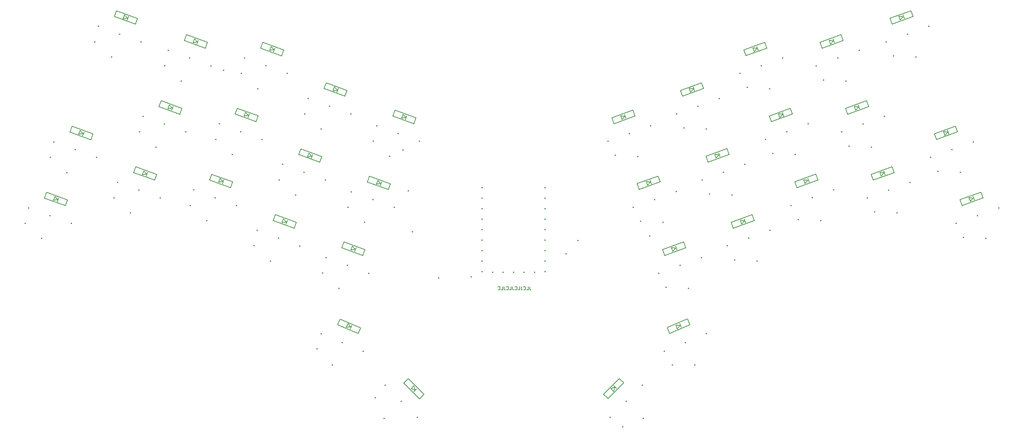
<source format=gbo>
%TF.GenerationSoftware,KiCad,Pcbnew,(6.0.11)*%
%TF.CreationDate,2024-03-12T23:46:52+09:00*%
%TF.ProjectId,gku34,676b7533-342e-46b6-9963-61645f706362,rev?*%
%TF.SameCoordinates,Original*%
%TF.FileFunction,Legend,Bot*%
%TF.FilePolarity,Positive*%
%FSLAX46Y46*%
G04 Gerber Fmt 4.6, Leading zero omitted, Abs format (unit mm)*
G04 Created by KiCad (PCBNEW (6.0.11)) date 2024-03-12 23:46:52*
%MOMM*%
%LPD*%
G01*
G04 APERTURE LIST*
%ADD10C,0.200000*%
%ADD11C,0.150000*%
%ADD12C,0.350000*%
G04 APERTURE END LIST*
D10*
X143395238Y-90221904D02*
X143395238Y-90793333D01*
X143433333Y-90907619D01*
X143509523Y-90983809D01*
X143623809Y-91021904D01*
X143700000Y-91021904D01*
X142633333Y-91021904D02*
X143014285Y-91021904D01*
X143014285Y-90221904D01*
X141909523Y-90945714D02*
X141947619Y-90983809D01*
X142061904Y-91021904D01*
X142138095Y-91021904D01*
X142252380Y-90983809D01*
X142328571Y-90907619D01*
X142366666Y-90831428D01*
X142404761Y-90679047D01*
X142404761Y-90564761D01*
X142366666Y-90412380D01*
X142328571Y-90336190D01*
X142252380Y-90260000D01*
X142138095Y-90221904D01*
X142061904Y-90221904D01*
X141947619Y-90260000D01*
X141909523Y-90298095D01*
X141338095Y-90221904D02*
X141338095Y-90793333D01*
X141376190Y-90907619D01*
X141452380Y-90983809D01*
X141566666Y-91021904D01*
X141642857Y-91021904D01*
X140576190Y-91021904D02*
X140957142Y-91021904D01*
X140957142Y-90221904D01*
X139852380Y-90945714D02*
X139890476Y-90983809D01*
X140004761Y-91021904D01*
X140080952Y-91021904D01*
X140195238Y-90983809D01*
X140271428Y-90907619D01*
X140309523Y-90831428D01*
X140347619Y-90679047D01*
X140347619Y-90564761D01*
X140309523Y-90412380D01*
X140271428Y-90336190D01*
X140195238Y-90260000D01*
X140080952Y-90221904D01*
X140004761Y-90221904D01*
X139890476Y-90260000D01*
X139852380Y-90298095D01*
X139280952Y-90221904D02*
X139280952Y-90793333D01*
X139319047Y-90907619D01*
X139395238Y-90983809D01*
X139509523Y-91021904D01*
X139585714Y-91021904D01*
X138519047Y-91021904D02*
X138900000Y-91021904D01*
X138900000Y-90221904D01*
X137795238Y-90945714D02*
X137833333Y-90983809D01*
X137947619Y-91021904D01*
X138023809Y-91021904D01*
X138138095Y-90983809D01*
X138214285Y-90907619D01*
X138252380Y-90831428D01*
X138290476Y-90679047D01*
X138290476Y-90564761D01*
X138252380Y-90412380D01*
X138214285Y-90336190D01*
X138138095Y-90260000D01*
X138023809Y-90221904D01*
X137947619Y-90221904D01*
X137833333Y-90260000D01*
X137795238Y-90298095D01*
X137223809Y-90221904D02*
X137223809Y-90793333D01*
X137261904Y-90907619D01*
X137338095Y-90983809D01*
X137452380Y-91021904D01*
X137528571Y-91021904D01*
X136461904Y-91021904D02*
X136842857Y-91021904D01*
X136842857Y-90221904D01*
X135738095Y-90945714D02*
X135776190Y-90983809D01*
X135890476Y-91021904D01*
X135966666Y-91021904D01*
X136080952Y-90983809D01*
X136157142Y-90907619D01*
X136195238Y-90831428D01*
X136233333Y-90679047D01*
X136233333Y-90564761D01*
X136195238Y-90412380D01*
X136157142Y-90336190D01*
X136080952Y-90260000D01*
X135966666Y-90221904D01*
X135890476Y-90221904D01*
X135776190Y-90260000D01*
X135738095Y-90298095D01*
D11*
%TO.C,D23*%
X68109144Y-64948836D02*
X68451164Y-64009144D01*
X68451164Y-64009144D02*
X69125877Y-64786808D01*
X66469345Y-63021776D02*
X65956315Y-64431315D01*
X69125877Y-64786808D02*
X68109144Y-64948836D01*
X71030655Y-66278224D02*
X71543685Y-64868685D01*
X69048836Y-65290856D02*
X69390856Y-64351164D01*
X65956315Y-64431315D02*
X71030655Y-66278224D01*
X71543685Y-64868685D02*
X66469345Y-63021776D01*
%TO.C,D28*%
X210061164Y-65250856D02*
X209719144Y-64311164D01*
X210735877Y-64473192D02*
X210061164Y-65250856D01*
X211000856Y-64908836D02*
X210658836Y-63969144D01*
X212640655Y-62981776D02*
X207566315Y-64828685D01*
X213153685Y-64391315D02*
X212640655Y-62981776D01*
X208079345Y-66238224D02*
X213153685Y-64391315D01*
X209719144Y-64311164D02*
X210735877Y-64473192D01*
X207566315Y-64828685D02*
X208079345Y-66238224D01*
%TO.C,D8*%
X198660856Y-32968836D02*
X198318836Y-32029144D01*
X195739345Y-34298224D02*
X200813685Y-32451315D01*
X200300655Y-31041776D02*
X195226315Y-32888685D01*
X197379144Y-32371164D02*
X198395877Y-32533192D01*
X197721164Y-33310856D02*
X197379144Y-32371164D01*
X195226315Y-32888685D02*
X195739345Y-34298224D01*
X198395877Y-32533192D02*
X197721164Y-33310856D01*
X200813685Y-32451315D02*
X200300655Y-31041776D01*
%TO.C,D14*%
X89649144Y-58788836D02*
X89991164Y-57849144D01*
X88009345Y-56861776D02*
X87496315Y-58271315D01*
X90588836Y-59130856D02*
X90930856Y-58191164D01*
X89991164Y-57849144D02*
X90665877Y-58626808D01*
X87496315Y-58271315D02*
X92570655Y-60118224D01*
X93083685Y-58708685D02*
X88009345Y-56861776D01*
X90665877Y-58626808D02*
X89649144Y-58788836D01*
X92570655Y-60118224D02*
X93083685Y-58708685D01*
%TO.C,D5*%
X113425877Y-49246808D02*
X112409144Y-49408836D01*
X115330655Y-50738224D02*
X115843685Y-49328685D01*
X115843685Y-49328685D02*
X110769345Y-47481776D01*
X112751164Y-48469144D02*
X113425877Y-49246808D01*
X113348836Y-49750856D02*
X113690856Y-48811164D01*
X110256315Y-48891315D02*
X115330655Y-50738224D01*
X112409144Y-49408836D02*
X112751164Y-48469144D01*
X110769345Y-47481776D02*
X110256315Y-48891315D01*
%TO.C,D11*%
X37210655Y-54638224D02*
X37723685Y-53228685D01*
X32136315Y-52791315D02*
X37210655Y-54638224D01*
X32649345Y-51381776D02*
X32136315Y-52791315D01*
X35228836Y-53650856D02*
X35570856Y-52711164D01*
X34631164Y-52369144D02*
X35305877Y-53146808D01*
X35305877Y-53146808D02*
X34289144Y-53308836D01*
X37723685Y-53228685D02*
X32649345Y-51381776D01*
X34289144Y-53308836D02*
X34631164Y-52369144D01*
%TO.C,D18*%
X206470655Y-47031776D02*
X201396315Y-48878685D01*
X206983685Y-48441315D02*
X206470655Y-47031776D01*
X204565877Y-48523192D02*
X203891164Y-49300856D01*
X204830856Y-48958836D02*
X204488836Y-48019144D01*
X201396315Y-48878685D02*
X201909345Y-50288224D01*
X203891164Y-49300856D02*
X203549144Y-48361164D01*
X203549144Y-48361164D02*
X204565877Y-48523192D01*
X201909345Y-50288224D02*
X206983685Y-48441315D01*
%TO.C,D27*%
X195335877Y-74293192D02*
X194661164Y-75070856D01*
X192679345Y-76058224D02*
X197753685Y-74211315D01*
X195600856Y-74728836D02*
X195258836Y-73789144D01*
X194661164Y-75070856D02*
X194319144Y-74131164D01*
X197240655Y-72801776D02*
X192166315Y-74648685D01*
X197753685Y-74211315D02*
X197240655Y-72801776D01*
X192166315Y-74648685D02*
X192679345Y-76058224D01*
X194319144Y-74131164D02*
X195335877Y-74293192D01*
%TO.C,D21*%
X29145877Y-69126808D02*
X28129144Y-69288836D01*
X28129144Y-69288836D02*
X28471164Y-68349144D01*
X31050655Y-70618224D02*
X31563685Y-69208685D01*
X26489345Y-67361776D02*
X25976315Y-68771315D01*
X25976315Y-68771315D02*
X31050655Y-70618224D01*
X31563685Y-69208685D02*
X26489345Y-67361776D01*
X29068836Y-69630856D02*
X29410856Y-68691164D01*
X28471164Y-68349144D02*
X29145877Y-69126808D01*
%TO.C,D3*%
X78809345Y-31071776D02*
X78296315Y-32481315D01*
X83370655Y-34328224D02*
X83883685Y-32918685D01*
X78296315Y-32481315D02*
X83370655Y-34328224D01*
X81465877Y-32836808D02*
X80449144Y-32998836D01*
X83883685Y-32918685D02*
X78809345Y-31071776D01*
X81388836Y-33340856D02*
X81730856Y-32401164D01*
X80449144Y-32998836D02*
X80791164Y-32059144D01*
X80791164Y-32059144D02*
X81465877Y-32836808D01*
%TO.C,D30*%
X253123685Y-68751315D02*
X252610655Y-67341776D01*
X249689144Y-68671164D02*
X250705877Y-68833192D01*
X248049345Y-70598224D02*
X253123685Y-68751315D01*
X247536315Y-69188685D02*
X248049345Y-70598224D01*
X250970856Y-69268836D02*
X250628836Y-68329144D01*
X250031164Y-69610856D02*
X249689144Y-68671164D01*
X252610655Y-67341776D02*
X247536315Y-69188685D01*
X250705877Y-68833192D02*
X250031164Y-69610856D01*
%TO.C,D4*%
X98720655Y-44108224D02*
X99233685Y-42698685D01*
X96738836Y-43120856D02*
X97080856Y-42181164D01*
X95799144Y-42778836D02*
X96141164Y-41839144D01*
X93646315Y-42261315D02*
X98720655Y-44108224D01*
X96141164Y-41839144D02*
X96815877Y-42616808D01*
X99233685Y-42698685D02*
X94159345Y-40851776D01*
X94159345Y-40851776D02*
X93646315Y-42261315D01*
X96815877Y-42616808D02*
X95799144Y-42778836D01*
%TO.C,D7*%
X180379345Y-44108224D02*
X185453685Y-42261315D01*
X183300856Y-42778836D02*
X182958836Y-41839144D01*
X185453685Y-42261315D02*
X184940655Y-40851776D01*
X184940655Y-40851776D02*
X179866315Y-42698685D01*
X182019144Y-42181164D02*
X183035877Y-42343192D01*
X183035877Y-42343192D02*
X182361164Y-43120856D01*
X182361164Y-43120856D02*
X182019144Y-42181164D01*
X179866315Y-42698685D02*
X180379345Y-44108224D01*
%TO.C,D32*%
X112930482Y-113561142D02*
X116748858Y-117379518D01*
X114662893Y-114940000D02*
X115370000Y-114232893D01*
X117809518Y-116318858D02*
X113991142Y-112500482D01*
X116748858Y-117379518D02*
X117809518Y-116318858D01*
X115370000Y-114232893D02*
X115652843Y-115222843D01*
X113991142Y-112500482D02*
X112930482Y-113561142D01*
X115370000Y-115647107D02*
X116077107Y-114940000D01*
X115652843Y-115222843D02*
X114662893Y-114940000D01*
%TO.C,D19*%
X223270856Y-47128836D02*
X222928836Y-46189144D01*
X219836315Y-47048685D02*
X220349345Y-48458224D01*
X220349345Y-48458224D02*
X225423685Y-46611315D01*
X223005877Y-46693192D02*
X222331164Y-47470856D01*
X221989144Y-46531164D02*
X223005877Y-46693192D01*
X222331164Y-47470856D02*
X221989144Y-46531164D01*
X225423685Y-46611315D02*
X224910655Y-45201776D01*
X224910655Y-45201776D02*
X219836315Y-47048685D01*
%TO.C,D22*%
X53103685Y-63038685D02*
X48029345Y-61191776D01*
X50608836Y-63460856D02*
X50950856Y-62521164D01*
X52590655Y-64448224D02*
X53103685Y-63038685D01*
X50685877Y-62956808D02*
X49669144Y-63118836D01*
X50011164Y-62179144D02*
X50685877Y-62956808D01*
X47516315Y-62601315D02*
X52590655Y-64448224D01*
X48029345Y-61191776D02*
X47516315Y-62601315D01*
X49669144Y-63118836D02*
X50011164Y-62179144D01*
%TO.C,D12*%
X54199345Y-45201776D02*
X53686315Y-46611315D01*
X56778836Y-47470856D02*
X57120856Y-46531164D01*
X53686315Y-46611315D02*
X58760655Y-48458224D01*
X56855877Y-46966808D02*
X55839144Y-47128836D01*
X58760655Y-48458224D02*
X59273685Y-47048685D01*
X59273685Y-47048685D02*
X54199345Y-45201776D01*
X56181164Y-46189144D02*
X56855877Y-46966808D01*
X55839144Y-47128836D02*
X56181164Y-46189144D01*
%TO.C,D13*%
X77190655Y-50268224D02*
X77703685Y-48858685D01*
X75208836Y-49280856D02*
X75550856Y-48341164D01*
X74269144Y-48938836D02*
X74611164Y-47999144D01*
X72629345Y-47011776D02*
X72116315Y-48421315D01*
X75285877Y-48776808D02*
X74269144Y-48938836D01*
X72116315Y-48421315D02*
X77190655Y-50268224D01*
X74611164Y-47999144D02*
X75285877Y-48776808D01*
X77703685Y-48858685D02*
X72629345Y-47011776D01*
%TO.C,D20*%
X246440655Y-51351776D02*
X241366315Y-53198685D01*
X244800856Y-53278836D02*
X244458836Y-52339144D01*
X244535877Y-52843192D02*
X243861164Y-53620856D01*
X243519144Y-52681164D02*
X244535877Y-52843192D01*
X241879345Y-54608224D02*
X246953685Y-52761315D01*
X241366315Y-53198685D02*
X241879345Y-54608224D01*
X246953685Y-52761315D02*
X246440655Y-51351776D01*
X243861164Y-53620856D02*
X243519144Y-52681164D01*
%TO.C,D17*%
X186539345Y-60088224D02*
X191613685Y-58241315D01*
X188179144Y-58161164D02*
X189195877Y-58323192D01*
X186026315Y-58678685D02*
X186539345Y-60088224D01*
X189460856Y-58758836D02*
X189118836Y-57819144D01*
X191613685Y-58241315D02*
X191100655Y-56831776D01*
X188521164Y-59100856D02*
X188179144Y-58161164D01*
X191100655Y-56831776D02*
X186026315Y-58678685D01*
X189195877Y-58323192D02*
X188521164Y-59100856D01*
%TO.C,D15*%
X104126315Y-64881315D02*
X109200655Y-66728224D01*
X106621164Y-64459144D02*
X107295877Y-65236808D01*
X107218836Y-65740856D02*
X107560856Y-64801164D01*
X106279144Y-65398836D02*
X106621164Y-64459144D01*
X109713685Y-65318685D02*
X104639345Y-63471776D01*
X107295877Y-65236808D02*
X106279144Y-65398836D01*
X109200655Y-66728224D02*
X109713685Y-65318685D01*
X104639345Y-63471776D02*
X104126315Y-64881315D01*
%TO.C,D6*%
X166690856Y-49408836D02*
X166348836Y-48469144D01*
X168843685Y-48891315D02*
X168330655Y-47481776D01*
X163769345Y-50738224D02*
X168843685Y-48891315D01*
X163256315Y-49328685D02*
X163769345Y-50738224D01*
X168330655Y-47481776D02*
X163256315Y-49328685D01*
X166425877Y-48973192D02*
X165751164Y-49750856D01*
X165751164Y-49750856D02*
X165409144Y-48811164D01*
X165409144Y-48811164D02*
X166425877Y-48973192D01*
%TO.C,D9*%
X219283685Y-30631315D02*
X218770655Y-29221776D01*
X213696315Y-31068685D02*
X214209345Y-32478224D01*
X214209345Y-32478224D02*
X219283685Y-30631315D01*
X218770655Y-29221776D02*
X213696315Y-31068685D01*
X216865877Y-30713192D02*
X216191164Y-31490856D01*
X216191164Y-31490856D02*
X215849144Y-30551164D01*
X217130856Y-31148836D02*
X216788836Y-30209144D01*
X215849144Y-30551164D02*
X216865877Y-30713192D01*
%TO.C,D10*%
X231109345Y-26648224D02*
X236183685Y-24801315D01*
X235670655Y-23391776D02*
X230596315Y-25238685D01*
X232749144Y-24721164D02*
X233765877Y-24883192D01*
X233091164Y-25660856D02*
X232749144Y-24721164D01*
X233765877Y-24883192D02*
X233091164Y-25660856D01*
X236183685Y-24801315D02*
X235670655Y-23391776D01*
X234030856Y-25318836D02*
X233688836Y-24379144D01*
X230596315Y-25238685D02*
X231109345Y-26648224D01*
%TO.C,D25*%
X101115877Y-81196808D02*
X100099144Y-81358836D01*
X103020655Y-82688224D02*
X103533685Y-81278685D01*
X100099144Y-81358836D02*
X100441164Y-80419144D01*
X98459345Y-79431776D02*
X97946315Y-80841315D01*
X97946315Y-80841315D02*
X103020655Y-82688224D01*
X100441164Y-80419144D02*
X101115877Y-81196808D01*
X101038836Y-81700856D02*
X101380856Y-80761164D01*
X103533685Y-81278685D02*
X98459345Y-79431776D01*
%TO.C,D29*%
X226519345Y-64438224D02*
X231593685Y-62591315D01*
X231080655Y-61181776D02*
X226006315Y-63028685D01*
X229175877Y-62673192D02*
X228501164Y-63450856D01*
X228159144Y-62511164D02*
X229175877Y-62673192D01*
X229440856Y-63108836D02*
X229098836Y-62169144D01*
X226006315Y-63028685D02*
X226519345Y-64438224D01*
X228501164Y-63450856D02*
X228159144Y-62511164D01*
X231593685Y-62591315D02*
X231080655Y-61181776D01*
%TO.C,D33*%
X162331142Y-117349518D02*
X166149518Y-113531142D01*
X161270482Y-116288858D02*
X162331142Y-117349518D01*
X163002893Y-114910000D02*
X163992843Y-114627157D01*
X163710000Y-115617107D02*
X163002893Y-114910000D01*
X163992843Y-114627157D02*
X163710000Y-115617107D01*
X165088858Y-112470482D02*
X161270482Y-116288858D01*
X166149518Y-113531142D02*
X165088858Y-112470482D01*
X164417107Y-114910000D02*
X163710000Y-114202893D01*
%TO.C,D26*%
X176079345Y-82668224D02*
X181153685Y-80821315D01*
X181153685Y-80821315D02*
X180640655Y-79411776D01*
X180640655Y-79411776D02*
X175566315Y-81258685D01*
X177719144Y-80741164D02*
X178735877Y-80903192D01*
X175566315Y-81258685D02*
X176079345Y-82668224D01*
X179000856Y-81338836D02*
X178658836Y-80399144D01*
X178061164Y-81680856D02*
X177719144Y-80741164D01*
X178735877Y-80903192D02*
X178061164Y-81680856D01*
%TO.C,D31*%
X101882315Y-101565353D02*
X102468411Y-100184595D01*
X99954887Y-100475618D02*
X100345618Y-99555113D01*
X99425113Y-99164382D02*
X100058202Y-99976292D01*
X97497685Y-98074647D02*
X96911589Y-99455405D01*
X99034382Y-100084887D02*
X99425113Y-99164382D01*
X100058202Y-99976292D02*
X99034382Y-100084887D01*
X96911589Y-99455405D02*
X101882315Y-101565353D01*
X102468411Y-100184595D02*
X97497685Y-98074647D01*
%TO.C,D34*%
X181612315Y-98054647D02*
X176641589Y-100164595D01*
X176641589Y-100164595D02*
X177227685Y-101545353D01*
X182198411Y-99435405D02*
X181612315Y-98054647D01*
X179788202Y-99643708D02*
X179155113Y-100455618D01*
X179155113Y-100455618D02*
X178764382Y-99535113D01*
X180075618Y-100064887D02*
X179684887Y-99144382D01*
X178764382Y-99535113D02*
X179788202Y-99643708D01*
X177227685Y-101545353D02*
X182198411Y-99435405D01*
%TO.C,D1*%
X45381164Y-24399144D02*
X46055877Y-25176808D01*
X45039144Y-25338836D02*
X45381164Y-24399144D01*
X45978836Y-25680856D02*
X46320856Y-24741164D01*
X42886315Y-24821315D02*
X47960655Y-26668224D01*
X46055877Y-25176808D02*
X45039144Y-25338836D01*
X47960655Y-26668224D02*
X48473685Y-25258685D01*
X43399345Y-23411776D02*
X42886315Y-24821315D01*
X48473685Y-25258685D02*
X43399345Y-23411776D01*
%TO.C,D2*%
X62898836Y-31490856D02*
X63240856Y-30551164D01*
X62301164Y-30209144D02*
X62975877Y-30986808D01*
X59806315Y-30631315D02*
X64880655Y-32478224D01*
X62975877Y-30986808D02*
X61959144Y-31148836D01*
X65393685Y-31068685D02*
X60319345Y-29221776D01*
X64880655Y-32478224D02*
X65393685Y-31068685D01*
X61959144Y-31148836D02*
X62301164Y-30209144D01*
X60319345Y-29221776D02*
X59806315Y-30631315D01*
%TO.C,D16*%
X172840856Y-65368836D02*
X172498836Y-64429144D01*
X169919345Y-66698224D02*
X174993685Y-64851315D01*
X172575877Y-64933192D02*
X171901164Y-65710856D01*
X169406315Y-65288685D02*
X169919345Y-66698224D01*
X171901164Y-65710856D02*
X171559144Y-64771164D01*
X171559144Y-64771164D02*
X172575877Y-64933192D01*
X174993685Y-64851315D02*
X174480655Y-63441776D01*
X174480655Y-63441776D02*
X169406315Y-65288685D01*
%TO.C,D24*%
X86913685Y-74668685D02*
X81839345Y-72821776D01*
X81839345Y-72821776D02*
X81326315Y-74231315D01*
X83479144Y-74748836D02*
X83821164Y-73809144D01*
X81326315Y-74231315D02*
X86400655Y-76078224D01*
X83821164Y-73809144D02*
X84495877Y-74586808D01*
X84418836Y-75090856D02*
X84760856Y-74151164D01*
X86400655Y-76078224D02*
X86913685Y-74668685D01*
X84495877Y-74586808D02*
X83479144Y-74748836D01*
%TD*%
D12*
X114043151Y-67026849D03*
X129260000Y-87830000D03*
X155060000Y-79028919D03*
X152170000Y-82260000D03*
X121412000Y-88138000D03*
X69342000Y-37846000D03*
X112776000Y-57150000D03*
X115062000Y-76962000D03*
X172466000Y-77978000D03*
X204645152Y-34846482D03*
X199476843Y-36727593D03*
X194308534Y-38608704D03*
X201494762Y-42271779D03*
X196078056Y-42008526D03*
X72428309Y-70571111D03*
X62091691Y-66808889D03*
X67260000Y-68690000D03*
X65242081Y-74234186D03*
X61261860Y-70550731D03*
X147125000Y-66245000D03*
X147125000Y-68785000D03*
X147125000Y-71325000D03*
X147125000Y-73865000D03*
X147125000Y-76405000D03*
X147125000Y-78945000D03*
X147125000Y-81485000D03*
X147125000Y-84025000D03*
X147125000Y-86565000D03*
X144585000Y-86775000D03*
X142045000Y-86775000D03*
X139505000Y-86775000D03*
X136965000Y-86775000D03*
X134425000Y-86775000D03*
X131885000Y-86565000D03*
X131885000Y-84025000D03*
X131885000Y-81485000D03*
X131885000Y-78945000D03*
X131885000Y-76405000D03*
X131885000Y-73865000D03*
X131885000Y-71325000D03*
X131885000Y-68785000D03*
X131885000Y-66245000D03*
X68251691Y-50808889D03*
X78588309Y-54571111D03*
X73420000Y-52690000D03*
X71402081Y-58234186D03*
X67421860Y-54550731D03*
X116728309Y-55031111D03*
X106391691Y-51268889D03*
X111560000Y-53150000D03*
X109542081Y-58694186D03*
X105561860Y-55010731D03*
X223108309Y-33018889D03*
X217940000Y-34900000D03*
X212771691Y-36781111D03*
X219957919Y-40444186D03*
X214541213Y-40180933D03*
X43641691Y-64978889D03*
X53978309Y-68741111D03*
X48810000Y-66860000D03*
X46792081Y-72404186D03*
X42811860Y-68720731D03*
X110588309Y-71021111D03*
X100251691Y-67258889D03*
X105420000Y-69140000D03*
X103402081Y-74684186D03*
X99421860Y-71000731D03*
X234850000Y-29080000D03*
X240018309Y-27198889D03*
X229681691Y-30961111D03*
X236867919Y-34624186D03*
X231451213Y-34360933D03*
X55944848Y-33016482D03*
X66281466Y-36778704D03*
X61113157Y-34897593D03*
X59095238Y-40441779D03*
X55115017Y-36758324D03*
X170639087Y-114080913D03*
X162860913Y-121859087D03*
X166750000Y-117970000D03*
X170921930Y-122141930D03*
X165901472Y-124192540D03*
X196410000Y-78480000D03*
X191241691Y-80361111D03*
X201578309Y-76598889D03*
X198427919Y-84024186D03*
X193011213Y-83760933D03*
X251786843Y-73027593D03*
X256955152Y-71146482D03*
X246618534Y-74908704D03*
X253804762Y-78571779D03*
X248388056Y-78308526D03*
X235418309Y-64978889D03*
X230250000Y-66860000D03*
X225081691Y-68741111D03*
X232267919Y-72404186D03*
X226851213Y-72140933D03*
X82630000Y-78500000D03*
X77461691Y-76618889D03*
X87798309Y-80381111D03*
X80612081Y-84044186D03*
X76631860Y-80360731D03*
X210810000Y-50820000D03*
X205641691Y-52701111D03*
X200473382Y-54582222D03*
X207659610Y-58245297D03*
X202242904Y-57982044D03*
X54980000Y-50870000D03*
X60148309Y-52751111D03*
X49811691Y-48988889D03*
X52962081Y-56414186D03*
X48981860Y-52730731D03*
X189285152Y-44656482D03*
X184116843Y-46537593D03*
X178948534Y-48418704D03*
X186134762Y-52081779D03*
X180718056Y-51818526D03*
X27280000Y-73030000D03*
X22111691Y-71148889D03*
X32448309Y-74911111D03*
X25262081Y-78574186D03*
X21281860Y-74890731D03*
X211810000Y-68670000D03*
X206641691Y-70551111D03*
X216978309Y-66788889D03*
X213827919Y-74214186D03*
X208411213Y-73950933D03*
X99243157Y-85097593D03*
X94074848Y-83216482D03*
X104411466Y-86978704D03*
X97225238Y-90641779D03*
X93245017Y-86958324D03*
X178825152Y-67246482D03*
X168488534Y-71008704D03*
X173656843Y-69127593D03*
X175674762Y-74671779D03*
X170258056Y-74408526D03*
X108420913Y-114080913D03*
X112310000Y-117970000D03*
X116199087Y-121859087D03*
X108138070Y-122141930D03*
X106087460Y-117121472D03*
X92921963Y-101628156D03*
X97984740Y-103777177D03*
X103047517Y-105926198D03*
X95679426Y-109208156D03*
X91897437Y-105321440D03*
X172665152Y-51276482D03*
X162328534Y-55038704D03*
X167496843Y-53157593D03*
X169514762Y-58701779D03*
X164098056Y-58438526D03*
X88790000Y-62520000D03*
X83621691Y-60638889D03*
X93958309Y-64401111D03*
X86772081Y-68064186D03*
X82791860Y-64380731D03*
X218928534Y-52768704D03*
X224096843Y-50887593D03*
X229265152Y-49006482D03*
X226114762Y-56431779D03*
X220698056Y-56168526D03*
X176017223Y-105919021D03*
X181080000Y-103770000D03*
X186142777Y-101620979D03*
X183385314Y-109200979D03*
X177962254Y-109221574D03*
X44190000Y-29080000D03*
X39021691Y-27198889D03*
X49358309Y-30961111D03*
X42172081Y-34624186D03*
X38191860Y-30940731D03*
X190270000Y-62510000D03*
X195438309Y-60628889D03*
X185101691Y-64391111D03*
X192287919Y-68054186D03*
X186871213Y-67790933D03*
X79590000Y-36740000D03*
X74421691Y-34858889D03*
X84758309Y-38621111D03*
X77572081Y-42284186D03*
X73591860Y-38600731D03*
X184985152Y-83216482D03*
X174648534Y-86978704D03*
X179816843Y-85097593D03*
X181834762Y-90641779D03*
X176418056Y-90378526D03*
X245616843Y-57037593D03*
X240448534Y-58918704D03*
X250785152Y-55156482D03*
X247634762Y-62581779D03*
X242218056Y-62318526D03*
X100118309Y-48411111D03*
X94950000Y-46530000D03*
X89781691Y-44648889D03*
X92932081Y-52074186D03*
X88951860Y-48390731D03*
X28264848Y-55166482D03*
X38601466Y-58928704D03*
X33433157Y-57047593D03*
X31415238Y-62591779D03*
X27435017Y-58908324D03*
M02*

</source>
